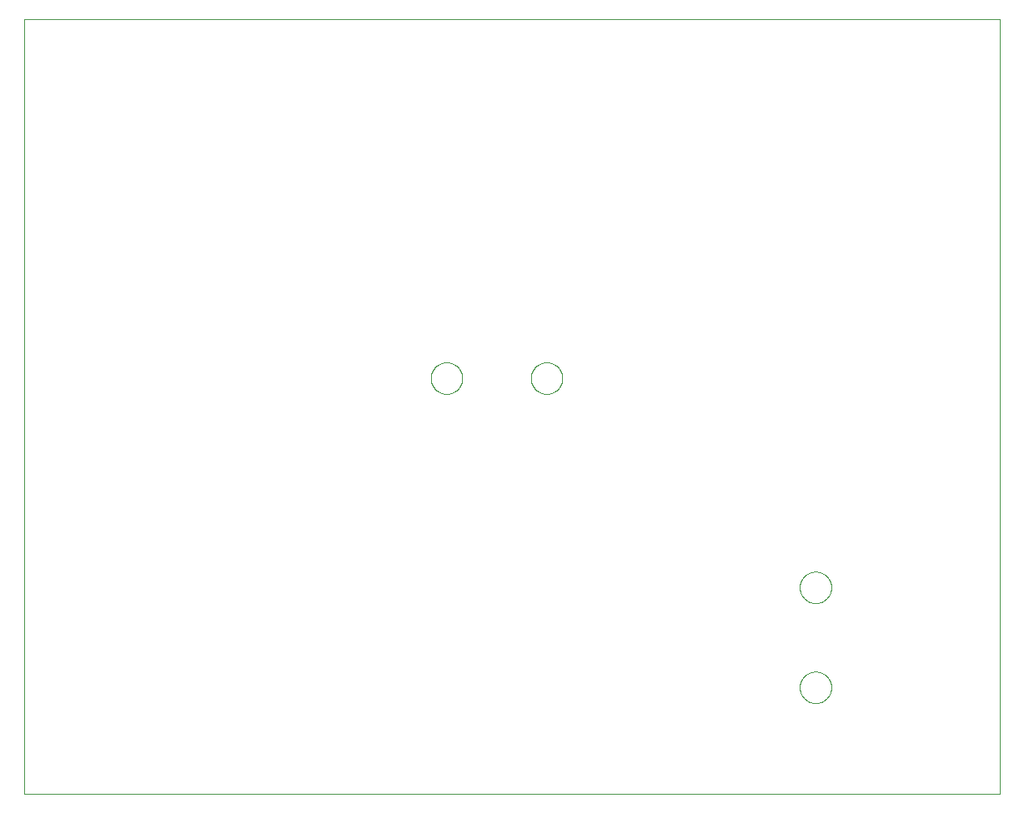
<source format=gko>
G75*
%MOIN*%
%OFA0B0*%
%FSLAX25Y25*%
%IPPOS*%
%LPD*%
%AMOC8*
5,1,8,0,0,1.08239X$1,22.5*
%
%ADD10C,0.00000*%
D10*
X0002750Y0062850D02*
X0002750Y0372811D01*
X0392701Y0372811D01*
X0392701Y0062850D01*
X0002750Y0062850D01*
X0165201Y0229100D02*
X0165203Y0229258D01*
X0165209Y0229416D01*
X0165219Y0229574D01*
X0165233Y0229732D01*
X0165251Y0229889D01*
X0165272Y0230046D01*
X0165298Y0230202D01*
X0165328Y0230358D01*
X0165361Y0230513D01*
X0165399Y0230666D01*
X0165440Y0230819D01*
X0165485Y0230971D01*
X0165534Y0231122D01*
X0165587Y0231271D01*
X0165643Y0231419D01*
X0165703Y0231565D01*
X0165767Y0231710D01*
X0165835Y0231853D01*
X0165906Y0231995D01*
X0165980Y0232135D01*
X0166058Y0232272D01*
X0166140Y0232408D01*
X0166224Y0232542D01*
X0166313Y0232673D01*
X0166404Y0232802D01*
X0166499Y0232929D01*
X0166596Y0233054D01*
X0166697Y0233176D01*
X0166801Y0233295D01*
X0166908Y0233412D01*
X0167018Y0233526D01*
X0167131Y0233637D01*
X0167246Y0233746D01*
X0167364Y0233851D01*
X0167485Y0233953D01*
X0167608Y0234053D01*
X0167734Y0234149D01*
X0167862Y0234242D01*
X0167992Y0234332D01*
X0168125Y0234418D01*
X0168260Y0234502D01*
X0168396Y0234581D01*
X0168535Y0234658D01*
X0168676Y0234730D01*
X0168818Y0234800D01*
X0168962Y0234865D01*
X0169108Y0234927D01*
X0169255Y0234985D01*
X0169404Y0235040D01*
X0169554Y0235091D01*
X0169705Y0235138D01*
X0169857Y0235181D01*
X0170010Y0235220D01*
X0170165Y0235256D01*
X0170320Y0235287D01*
X0170476Y0235315D01*
X0170632Y0235339D01*
X0170789Y0235359D01*
X0170947Y0235375D01*
X0171104Y0235387D01*
X0171263Y0235395D01*
X0171421Y0235399D01*
X0171579Y0235399D01*
X0171737Y0235395D01*
X0171896Y0235387D01*
X0172053Y0235375D01*
X0172211Y0235359D01*
X0172368Y0235339D01*
X0172524Y0235315D01*
X0172680Y0235287D01*
X0172835Y0235256D01*
X0172990Y0235220D01*
X0173143Y0235181D01*
X0173295Y0235138D01*
X0173446Y0235091D01*
X0173596Y0235040D01*
X0173745Y0234985D01*
X0173892Y0234927D01*
X0174038Y0234865D01*
X0174182Y0234800D01*
X0174324Y0234730D01*
X0174465Y0234658D01*
X0174604Y0234581D01*
X0174740Y0234502D01*
X0174875Y0234418D01*
X0175008Y0234332D01*
X0175138Y0234242D01*
X0175266Y0234149D01*
X0175392Y0234053D01*
X0175515Y0233953D01*
X0175636Y0233851D01*
X0175754Y0233746D01*
X0175869Y0233637D01*
X0175982Y0233526D01*
X0176092Y0233412D01*
X0176199Y0233295D01*
X0176303Y0233176D01*
X0176404Y0233054D01*
X0176501Y0232929D01*
X0176596Y0232802D01*
X0176687Y0232673D01*
X0176776Y0232542D01*
X0176860Y0232408D01*
X0176942Y0232272D01*
X0177020Y0232135D01*
X0177094Y0231995D01*
X0177165Y0231853D01*
X0177233Y0231710D01*
X0177297Y0231565D01*
X0177357Y0231419D01*
X0177413Y0231271D01*
X0177466Y0231122D01*
X0177515Y0230971D01*
X0177560Y0230819D01*
X0177601Y0230666D01*
X0177639Y0230513D01*
X0177672Y0230358D01*
X0177702Y0230202D01*
X0177728Y0230046D01*
X0177749Y0229889D01*
X0177767Y0229732D01*
X0177781Y0229574D01*
X0177791Y0229416D01*
X0177797Y0229258D01*
X0177799Y0229100D01*
X0177797Y0228942D01*
X0177791Y0228784D01*
X0177781Y0228626D01*
X0177767Y0228468D01*
X0177749Y0228311D01*
X0177728Y0228154D01*
X0177702Y0227998D01*
X0177672Y0227842D01*
X0177639Y0227687D01*
X0177601Y0227534D01*
X0177560Y0227381D01*
X0177515Y0227229D01*
X0177466Y0227078D01*
X0177413Y0226929D01*
X0177357Y0226781D01*
X0177297Y0226635D01*
X0177233Y0226490D01*
X0177165Y0226347D01*
X0177094Y0226205D01*
X0177020Y0226065D01*
X0176942Y0225928D01*
X0176860Y0225792D01*
X0176776Y0225658D01*
X0176687Y0225527D01*
X0176596Y0225398D01*
X0176501Y0225271D01*
X0176404Y0225146D01*
X0176303Y0225024D01*
X0176199Y0224905D01*
X0176092Y0224788D01*
X0175982Y0224674D01*
X0175869Y0224563D01*
X0175754Y0224454D01*
X0175636Y0224349D01*
X0175515Y0224247D01*
X0175392Y0224147D01*
X0175266Y0224051D01*
X0175138Y0223958D01*
X0175008Y0223868D01*
X0174875Y0223782D01*
X0174740Y0223698D01*
X0174604Y0223619D01*
X0174465Y0223542D01*
X0174324Y0223470D01*
X0174182Y0223400D01*
X0174038Y0223335D01*
X0173892Y0223273D01*
X0173745Y0223215D01*
X0173596Y0223160D01*
X0173446Y0223109D01*
X0173295Y0223062D01*
X0173143Y0223019D01*
X0172990Y0222980D01*
X0172835Y0222944D01*
X0172680Y0222913D01*
X0172524Y0222885D01*
X0172368Y0222861D01*
X0172211Y0222841D01*
X0172053Y0222825D01*
X0171896Y0222813D01*
X0171737Y0222805D01*
X0171579Y0222801D01*
X0171421Y0222801D01*
X0171263Y0222805D01*
X0171104Y0222813D01*
X0170947Y0222825D01*
X0170789Y0222841D01*
X0170632Y0222861D01*
X0170476Y0222885D01*
X0170320Y0222913D01*
X0170165Y0222944D01*
X0170010Y0222980D01*
X0169857Y0223019D01*
X0169705Y0223062D01*
X0169554Y0223109D01*
X0169404Y0223160D01*
X0169255Y0223215D01*
X0169108Y0223273D01*
X0168962Y0223335D01*
X0168818Y0223400D01*
X0168676Y0223470D01*
X0168535Y0223542D01*
X0168396Y0223619D01*
X0168260Y0223698D01*
X0168125Y0223782D01*
X0167992Y0223868D01*
X0167862Y0223958D01*
X0167734Y0224051D01*
X0167608Y0224147D01*
X0167485Y0224247D01*
X0167364Y0224349D01*
X0167246Y0224454D01*
X0167131Y0224563D01*
X0167018Y0224674D01*
X0166908Y0224788D01*
X0166801Y0224905D01*
X0166697Y0225024D01*
X0166596Y0225146D01*
X0166499Y0225271D01*
X0166404Y0225398D01*
X0166313Y0225527D01*
X0166224Y0225658D01*
X0166140Y0225792D01*
X0166058Y0225928D01*
X0165980Y0226065D01*
X0165906Y0226205D01*
X0165835Y0226347D01*
X0165767Y0226490D01*
X0165703Y0226635D01*
X0165643Y0226781D01*
X0165587Y0226929D01*
X0165534Y0227078D01*
X0165485Y0227229D01*
X0165440Y0227381D01*
X0165399Y0227534D01*
X0165361Y0227687D01*
X0165328Y0227842D01*
X0165298Y0227998D01*
X0165272Y0228154D01*
X0165251Y0228311D01*
X0165233Y0228468D01*
X0165219Y0228626D01*
X0165209Y0228784D01*
X0165203Y0228942D01*
X0165201Y0229100D01*
X0205201Y0229100D02*
X0205203Y0229258D01*
X0205209Y0229416D01*
X0205219Y0229574D01*
X0205233Y0229732D01*
X0205251Y0229889D01*
X0205272Y0230046D01*
X0205298Y0230202D01*
X0205328Y0230358D01*
X0205361Y0230513D01*
X0205399Y0230666D01*
X0205440Y0230819D01*
X0205485Y0230971D01*
X0205534Y0231122D01*
X0205587Y0231271D01*
X0205643Y0231419D01*
X0205703Y0231565D01*
X0205767Y0231710D01*
X0205835Y0231853D01*
X0205906Y0231995D01*
X0205980Y0232135D01*
X0206058Y0232272D01*
X0206140Y0232408D01*
X0206224Y0232542D01*
X0206313Y0232673D01*
X0206404Y0232802D01*
X0206499Y0232929D01*
X0206596Y0233054D01*
X0206697Y0233176D01*
X0206801Y0233295D01*
X0206908Y0233412D01*
X0207018Y0233526D01*
X0207131Y0233637D01*
X0207246Y0233746D01*
X0207364Y0233851D01*
X0207485Y0233953D01*
X0207608Y0234053D01*
X0207734Y0234149D01*
X0207862Y0234242D01*
X0207992Y0234332D01*
X0208125Y0234418D01*
X0208260Y0234502D01*
X0208396Y0234581D01*
X0208535Y0234658D01*
X0208676Y0234730D01*
X0208818Y0234800D01*
X0208962Y0234865D01*
X0209108Y0234927D01*
X0209255Y0234985D01*
X0209404Y0235040D01*
X0209554Y0235091D01*
X0209705Y0235138D01*
X0209857Y0235181D01*
X0210010Y0235220D01*
X0210165Y0235256D01*
X0210320Y0235287D01*
X0210476Y0235315D01*
X0210632Y0235339D01*
X0210789Y0235359D01*
X0210947Y0235375D01*
X0211104Y0235387D01*
X0211263Y0235395D01*
X0211421Y0235399D01*
X0211579Y0235399D01*
X0211737Y0235395D01*
X0211896Y0235387D01*
X0212053Y0235375D01*
X0212211Y0235359D01*
X0212368Y0235339D01*
X0212524Y0235315D01*
X0212680Y0235287D01*
X0212835Y0235256D01*
X0212990Y0235220D01*
X0213143Y0235181D01*
X0213295Y0235138D01*
X0213446Y0235091D01*
X0213596Y0235040D01*
X0213745Y0234985D01*
X0213892Y0234927D01*
X0214038Y0234865D01*
X0214182Y0234800D01*
X0214324Y0234730D01*
X0214465Y0234658D01*
X0214604Y0234581D01*
X0214740Y0234502D01*
X0214875Y0234418D01*
X0215008Y0234332D01*
X0215138Y0234242D01*
X0215266Y0234149D01*
X0215392Y0234053D01*
X0215515Y0233953D01*
X0215636Y0233851D01*
X0215754Y0233746D01*
X0215869Y0233637D01*
X0215982Y0233526D01*
X0216092Y0233412D01*
X0216199Y0233295D01*
X0216303Y0233176D01*
X0216404Y0233054D01*
X0216501Y0232929D01*
X0216596Y0232802D01*
X0216687Y0232673D01*
X0216776Y0232542D01*
X0216860Y0232408D01*
X0216942Y0232272D01*
X0217020Y0232135D01*
X0217094Y0231995D01*
X0217165Y0231853D01*
X0217233Y0231710D01*
X0217297Y0231565D01*
X0217357Y0231419D01*
X0217413Y0231271D01*
X0217466Y0231122D01*
X0217515Y0230971D01*
X0217560Y0230819D01*
X0217601Y0230666D01*
X0217639Y0230513D01*
X0217672Y0230358D01*
X0217702Y0230202D01*
X0217728Y0230046D01*
X0217749Y0229889D01*
X0217767Y0229732D01*
X0217781Y0229574D01*
X0217791Y0229416D01*
X0217797Y0229258D01*
X0217799Y0229100D01*
X0217797Y0228942D01*
X0217791Y0228784D01*
X0217781Y0228626D01*
X0217767Y0228468D01*
X0217749Y0228311D01*
X0217728Y0228154D01*
X0217702Y0227998D01*
X0217672Y0227842D01*
X0217639Y0227687D01*
X0217601Y0227534D01*
X0217560Y0227381D01*
X0217515Y0227229D01*
X0217466Y0227078D01*
X0217413Y0226929D01*
X0217357Y0226781D01*
X0217297Y0226635D01*
X0217233Y0226490D01*
X0217165Y0226347D01*
X0217094Y0226205D01*
X0217020Y0226065D01*
X0216942Y0225928D01*
X0216860Y0225792D01*
X0216776Y0225658D01*
X0216687Y0225527D01*
X0216596Y0225398D01*
X0216501Y0225271D01*
X0216404Y0225146D01*
X0216303Y0225024D01*
X0216199Y0224905D01*
X0216092Y0224788D01*
X0215982Y0224674D01*
X0215869Y0224563D01*
X0215754Y0224454D01*
X0215636Y0224349D01*
X0215515Y0224247D01*
X0215392Y0224147D01*
X0215266Y0224051D01*
X0215138Y0223958D01*
X0215008Y0223868D01*
X0214875Y0223782D01*
X0214740Y0223698D01*
X0214604Y0223619D01*
X0214465Y0223542D01*
X0214324Y0223470D01*
X0214182Y0223400D01*
X0214038Y0223335D01*
X0213892Y0223273D01*
X0213745Y0223215D01*
X0213596Y0223160D01*
X0213446Y0223109D01*
X0213295Y0223062D01*
X0213143Y0223019D01*
X0212990Y0222980D01*
X0212835Y0222944D01*
X0212680Y0222913D01*
X0212524Y0222885D01*
X0212368Y0222861D01*
X0212211Y0222841D01*
X0212053Y0222825D01*
X0211896Y0222813D01*
X0211737Y0222805D01*
X0211579Y0222801D01*
X0211421Y0222801D01*
X0211263Y0222805D01*
X0211104Y0222813D01*
X0210947Y0222825D01*
X0210789Y0222841D01*
X0210632Y0222861D01*
X0210476Y0222885D01*
X0210320Y0222913D01*
X0210165Y0222944D01*
X0210010Y0222980D01*
X0209857Y0223019D01*
X0209705Y0223062D01*
X0209554Y0223109D01*
X0209404Y0223160D01*
X0209255Y0223215D01*
X0209108Y0223273D01*
X0208962Y0223335D01*
X0208818Y0223400D01*
X0208676Y0223470D01*
X0208535Y0223542D01*
X0208396Y0223619D01*
X0208260Y0223698D01*
X0208125Y0223782D01*
X0207992Y0223868D01*
X0207862Y0223958D01*
X0207734Y0224051D01*
X0207608Y0224147D01*
X0207485Y0224247D01*
X0207364Y0224349D01*
X0207246Y0224454D01*
X0207131Y0224563D01*
X0207018Y0224674D01*
X0206908Y0224788D01*
X0206801Y0224905D01*
X0206697Y0225024D01*
X0206596Y0225146D01*
X0206499Y0225271D01*
X0206404Y0225398D01*
X0206313Y0225527D01*
X0206224Y0225658D01*
X0206140Y0225792D01*
X0206058Y0225928D01*
X0205980Y0226065D01*
X0205906Y0226205D01*
X0205835Y0226347D01*
X0205767Y0226490D01*
X0205703Y0226635D01*
X0205643Y0226781D01*
X0205587Y0226929D01*
X0205534Y0227078D01*
X0205485Y0227229D01*
X0205440Y0227381D01*
X0205399Y0227534D01*
X0205361Y0227687D01*
X0205328Y0227842D01*
X0205298Y0227998D01*
X0205272Y0228154D01*
X0205251Y0228311D01*
X0205233Y0228468D01*
X0205219Y0228626D01*
X0205209Y0228784D01*
X0205203Y0228942D01*
X0205201Y0229100D01*
X0312701Y0145350D02*
X0312703Y0145508D01*
X0312709Y0145666D01*
X0312719Y0145824D01*
X0312733Y0145982D01*
X0312751Y0146139D01*
X0312772Y0146296D01*
X0312798Y0146452D01*
X0312828Y0146608D01*
X0312861Y0146763D01*
X0312899Y0146916D01*
X0312940Y0147069D01*
X0312985Y0147221D01*
X0313034Y0147372D01*
X0313087Y0147521D01*
X0313143Y0147669D01*
X0313203Y0147815D01*
X0313267Y0147960D01*
X0313335Y0148103D01*
X0313406Y0148245D01*
X0313480Y0148385D01*
X0313558Y0148522D01*
X0313640Y0148658D01*
X0313724Y0148792D01*
X0313813Y0148923D01*
X0313904Y0149052D01*
X0313999Y0149179D01*
X0314096Y0149304D01*
X0314197Y0149426D01*
X0314301Y0149545D01*
X0314408Y0149662D01*
X0314518Y0149776D01*
X0314631Y0149887D01*
X0314746Y0149996D01*
X0314864Y0150101D01*
X0314985Y0150203D01*
X0315108Y0150303D01*
X0315234Y0150399D01*
X0315362Y0150492D01*
X0315492Y0150582D01*
X0315625Y0150668D01*
X0315760Y0150752D01*
X0315896Y0150831D01*
X0316035Y0150908D01*
X0316176Y0150980D01*
X0316318Y0151050D01*
X0316462Y0151115D01*
X0316608Y0151177D01*
X0316755Y0151235D01*
X0316904Y0151290D01*
X0317054Y0151341D01*
X0317205Y0151388D01*
X0317357Y0151431D01*
X0317510Y0151470D01*
X0317665Y0151506D01*
X0317820Y0151537D01*
X0317976Y0151565D01*
X0318132Y0151589D01*
X0318289Y0151609D01*
X0318447Y0151625D01*
X0318604Y0151637D01*
X0318763Y0151645D01*
X0318921Y0151649D01*
X0319079Y0151649D01*
X0319237Y0151645D01*
X0319396Y0151637D01*
X0319553Y0151625D01*
X0319711Y0151609D01*
X0319868Y0151589D01*
X0320024Y0151565D01*
X0320180Y0151537D01*
X0320335Y0151506D01*
X0320490Y0151470D01*
X0320643Y0151431D01*
X0320795Y0151388D01*
X0320946Y0151341D01*
X0321096Y0151290D01*
X0321245Y0151235D01*
X0321392Y0151177D01*
X0321538Y0151115D01*
X0321682Y0151050D01*
X0321824Y0150980D01*
X0321965Y0150908D01*
X0322104Y0150831D01*
X0322240Y0150752D01*
X0322375Y0150668D01*
X0322508Y0150582D01*
X0322638Y0150492D01*
X0322766Y0150399D01*
X0322892Y0150303D01*
X0323015Y0150203D01*
X0323136Y0150101D01*
X0323254Y0149996D01*
X0323369Y0149887D01*
X0323482Y0149776D01*
X0323592Y0149662D01*
X0323699Y0149545D01*
X0323803Y0149426D01*
X0323904Y0149304D01*
X0324001Y0149179D01*
X0324096Y0149052D01*
X0324187Y0148923D01*
X0324276Y0148792D01*
X0324360Y0148658D01*
X0324442Y0148522D01*
X0324520Y0148385D01*
X0324594Y0148245D01*
X0324665Y0148103D01*
X0324733Y0147960D01*
X0324797Y0147815D01*
X0324857Y0147669D01*
X0324913Y0147521D01*
X0324966Y0147372D01*
X0325015Y0147221D01*
X0325060Y0147069D01*
X0325101Y0146916D01*
X0325139Y0146763D01*
X0325172Y0146608D01*
X0325202Y0146452D01*
X0325228Y0146296D01*
X0325249Y0146139D01*
X0325267Y0145982D01*
X0325281Y0145824D01*
X0325291Y0145666D01*
X0325297Y0145508D01*
X0325299Y0145350D01*
X0325297Y0145192D01*
X0325291Y0145034D01*
X0325281Y0144876D01*
X0325267Y0144718D01*
X0325249Y0144561D01*
X0325228Y0144404D01*
X0325202Y0144248D01*
X0325172Y0144092D01*
X0325139Y0143937D01*
X0325101Y0143784D01*
X0325060Y0143631D01*
X0325015Y0143479D01*
X0324966Y0143328D01*
X0324913Y0143179D01*
X0324857Y0143031D01*
X0324797Y0142885D01*
X0324733Y0142740D01*
X0324665Y0142597D01*
X0324594Y0142455D01*
X0324520Y0142315D01*
X0324442Y0142178D01*
X0324360Y0142042D01*
X0324276Y0141908D01*
X0324187Y0141777D01*
X0324096Y0141648D01*
X0324001Y0141521D01*
X0323904Y0141396D01*
X0323803Y0141274D01*
X0323699Y0141155D01*
X0323592Y0141038D01*
X0323482Y0140924D01*
X0323369Y0140813D01*
X0323254Y0140704D01*
X0323136Y0140599D01*
X0323015Y0140497D01*
X0322892Y0140397D01*
X0322766Y0140301D01*
X0322638Y0140208D01*
X0322508Y0140118D01*
X0322375Y0140032D01*
X0322240Y0139948D01*
X0322104Y0139869D01*
X0321965Y0139792D01*
X0321824Y0139720D01*
X0321682Y0139650D01*
X0321538Y0139585D01*
X0321392Y0139523D01*
X0321245Y0139465D01*
X0321096Y0139410D01*
X0320946Y0139359D01*
X0320795Y0139312D01*
X0320643Y0139269D01*
X0320490Y0139230D01*
X0320335Y0139194D01*
X0320180Y0139163D01*
X0320024Y0139135D01*
X0319868Y0139111D01*
X0319711Y0139091D01*
X0319553Y0139075D01*
X0319396Y0139063D01*
X0319237Y0139055D01*
X0319079Y0139051D01*
X0318921Y0139051D01*
X0318763Y0139055D01*
X0318604Y0139063D01*
X0318447Y0139075D01*
X0318289Y0139091D01*
X0318132Y0139111D01*
X0317976Y0139135D01*
X0317820Y0139163D01*
X0317665Y0139194D01*
X0317510Y0139230D01*
X0317357Y0139269D01*
X0317205Y0139312D01*
X0317054Y0139359D01*
X0316904Y0139410D01*
X0316755Y0139465D01*
X0316608Y0139523D01*
X0316462Y0139585D01*
X0316318Y0139650D01*
X0316176Y0139720D01*
X0316035Y0139792D01*
X0315896Y0139869D01*
X0315760Y0139948D01*
X0315625Y0140032D01*
X0315492Y0140118D01*
X0315362Y0140208D01*
X0315234Y0140301D01*
X0315108Y0140397D01*
X0314985Y0140497D01*
X0314864Y0140599D01*
X0314746Y0140704D01*
X0314631Y0140813D01*
X0314518Y0140924D01*
X0314408Y0141038D01*
X0314301Y0141155D01*
X0314197Y0141274D01*
X0314096Y0141396D01*
X0313999Y0141521D01*
X0313904Y0141648D01*
X0313813Y0141777D01*
X0313724Y0141908D01*
X0313640Y0142042D01*
X0313558Y0142178D01*
X0313480Y0142315D01*
X0313406Y0142455D01*
X0313335Y0142597D01*
X0313267Y0142740D01*
X0313203Y0142885D01*
X0313143Y0143031D01*
X0313087Y0143179D01*
X0313034Y0143328D01*
X0312985Y0143479D01*
X0312940Y0143631D01*
X0312899Y0143784D01*
X0312861Y0143937D01*
X0312828Y0144092D01*
X0312798Y0144248D01*
X0312772Y0144404D01*
X0312751Y0144561D01*
X0312733Y0144718D01*
X0312719Y0144876D01*
X0312709Y0145034D01*
X0312703Y0145192D01*
X0312701Y0145350D01*
X0312701Y0105350D02*
X0312703Y0105508D01*
X0312709Y0105666D01*
X0312719Y0105824D01*
X0312733Y0105982D01*
X0312751Y0106139D01*
X0312772Y0106296D01*
X0312798Y0106452D01*
X0312828Y0106608D01*
X0312861Y0106763D01*
X0312899Y0106916D01*
X0312940Y0107069D01*
X0312985Y0107221D01*
X0313034Y0107372D01*
X0313087Y0107521D01*
X0313143Y0107669D01*
X0313203Y0107815D01*
X0313267Y0107960D01*
X0313335Y0108103D01*
X0313406Y0108245D01*
X0313480Y0108385D01*
X0313558Y0108522D01*
X0313640Y0108658D01*
X0313724Y0108792D01*
X0313813Y0108923D01*
X0313904Y0109052D01*
X0313999Y0109179D01*
X0314096Y0109304D01*
X0314197Y0109426D01*
X0314301Y0109545D01*
X0314408Y0109662D01*
X0314518Y0109776D01*
X0314631Y0109887D01*
X0314746Y0109996D01*
X0314864Y0110101D01*
X0314985Y0110203D01*
X0315108Y0110303D01*
X0315234Y0110399D01*
X0315362Y0110492D01*
X0315492Y0110582D01*
X0315625Y0110668D01*
X0315760Y0110752D01*
X0315896Y0110831D01*
X0316035Y0110908D01*
X0316176Y0110980D01*
X0316318Y0111050D01*
X0316462Y0111115D01*
X0316608Y0111177D01*
X0316755Y0111235D01*
X0316904Y0111290D01*
X0317054Y0111341D01*
X0317205Y0111388D01*
X0317357Y0111431D01*
X0317510Y0111470D01*
X0317665Y0111506D01*
X0317820Y0111537D01*
X0317976Y0111565D01*
X0318132Y0111589D01*
X0318289Y0111609D01*
X0318447Y0111625D01*
X0318604Y0111637D01*
X0318763Y0111645D01*
X0318921Y0111649D01*
X0319079Y0111649D01*
X0319237Y0111645D01*
X0319396Y0111637D01*
X0319553Y0111625D01*
X0319711Y0111609D01*
X0319868Y0111589D01*
X0320024Y0111565D01*
X0320180Y0111537D01*
X0320335Y0111506D01*
X0320490Y0111470D01*
X0320643Y0111431D01*
X0320795Y0111388D01*
X0320946Y0111341D01*
X0321096Y0111290D01*
X0321245Y0111235D01*
X0321392Y0111177D01*
X0321538Y0111115D01*
X0321682Y0111050D01*
X0321824Y0110980D01*
X0321965Y0110908D01*
X0322104Y0110831D01*
X0322240Y0110752D01*
X0322375Y0110668D01*
X0322508Y0110582D01*
X0322638Y0110492D01*
X0322766Y0110399D01*
X0322892Y0110303D01*
X0323015Y0110203D01*
X0323136Y0110101D01*
X0323254Y0109996D01*
X0323369Y0109887D01*
X0323482Y0109776D01*
X0323592Y0109662D01*
X0323699Y0109545D01*
X0323803Y0109426D01*
X0323904Y0109304D01*
X0324001Y0109179D01*
X0324096Y0109052D01*
X0324187Y0108923D01*
X0324276Y0108792D01*
X0324360Y0108658D01*
X0324442Y0108522D01*
X0324520Y0108385D01*
X0324594Y0108245D01*
X0324665Y0108103D01*
X0324733Y0107960D01*
X0324797Y0107815D01*
X0324857Y0107669D01*
X0324913Y0107521D01*
X0324966Y0107372D01*
X0325015Y0107221D01*
X0325060Y0107069D01*
X0325101Y0106916D01*
X0325139Y0106763D01*
X0325172Y0106608D01*
X0325202Y0106452D01*
X0325228Y0106296D01*
X0325249Y0106139D01*
X0325267Y0105982D01*
X0325281Y0105824D01*
X0325291Y0105666D01*
X0325297Y0105508D01*
X0325299Y0105350D01*
X0325297Y0105192D01*
X0325291Y0105034D01*
X0325281Y0104876D01*
X0325267Y0104718D01*
X0325249Y0104561D01*
X0325228Y0104404D01*
X0325202Y0104248D01*
X0325172Y0104092D01*
X0325139Y0103937D01*
X0325101Y0103784D01*
X0325060Y0103631D01*
X0325015Y0103479D01*
X0324966Y0103328D01*
X0324913Y0103179D01*
X0324857Y0103031D01*
X0324797Y0102885D01*
X0324733Y0102740D01*
X0324665Y0102597D01*
X0324594Y0102455D01*
X0324520Y0102315D01*
X0324442Y0102178D01*
X0324360Y0102042D01*
X0324276Y0101908D01*
X0324187Y0101777D01*
X0324096Y0101648D01*
X0324001Y0101521D01*
X0323904Y0101396D01*
X0323803Y0101274D01*
X0323699Y0101155D01*
X0323592Y0101038D01*
X0323482Y0100924D01*
X0323369Y0100813D01*
X0323254Y0100704D01*
X0323136Y0100599D01*
X0323015Y0100497D01*
X0322892Y0100397D01*
X0322766Y0100301D01*
X0322638Y0100208D01*
X0322508Y0100118D01*
X0322375Y0100032D01*
X0322240Y0099948D01*
X0322104Y0099869D01*
X0321965Y0099792D01*
X0321824Y0099720D01*
X0321682Y0099650D01*
X0321538Y0099585D01*
X0321392Y0099523D01*
X0321245Y0099465D01*
X0321096Y0099410D01*
X0320946Y0099359D01*
X0320795Y0099312D01*
X0320643Y0099269D01*
X0320490Y0099230D01*
X0320335Y0099194D01*
X0320180Y0099163D01*
X0320024Y0099135D01*
X0319868Y0099111D01*
X0319711Y0099091D01*
X0319553Y0099075D01*
X0319396Y0099063D01*
X0319237Y0099055D01*
X0319079Y0099051D01*
X0318921Y0099051D01*
X0318763Y0099055D01*
X0318604Y0099063D01*
X0318447Y0099075D01*
X0318289Y0099091D01*
X0318132Y0099111D01*
X0317976Y0099135D01*
X0317820Y0099163D01*
X0317665Y0099194D01*
X0317510Y0099230D01*
X0317357Y0099269D01*
X0317205Y0099312D01*
X0317054Y0099359D01*
X0316904Y0099410D01*
X0316755Y0099465D01*
X0316608Y0099523D01*
X0316462Y0099585D01*
X0316318Y0099650D01*
X0316176Y0099720D01*
X0316035Y0099792D01*
X0315896Y0099869D01*
X0315760Y0099948D01*
X0315625Y0100032D01*
X0315492Y0100118D01*
X0315362Y0100208D01*
X0315234Y0100301D01*
X0315108Y0100397D01*
X0314985Y0100497D01*
X0314864Y0100599D01*
X0314746Y0100704D01*
X0314631Y0100813D01*
X0314518Y0100924D01*
X0314408Y0101038D01*
X0314301Y0101155D01*
X0314197Y0101274D01*
X0314096Y0101396D01*
X0313999Y0101521D01*
X0313904Y0101648D01*
X0313813Y0101777D01*
X0313724Y0101908D01*
X0313640Y0102042D01*
X0313558Y0102178D01*
X0313480Y0102315D01*
X0313406Y0102455D01*
X0313335Y0102597D01*
X0313267Y0102740D01*
X0313203Y0102885D01*
X0313143Y0103031D01*
X0313087Y0103179D01*
X0313034Y0103328D01*
X0312985Y0103479D01*
X0312940Y0103631D01*
X0312899Y0103784D01*
X0312861Y0103937D01*
X0312828Y0104092D01*
X0312798Y0104248D01*
X0312772Y0104404D01*
X0312751Y0104561D01*
X0312733Y0104718D01*
X0312719Y0104876D01*
X0312709Y0105034D01*
X0312703Y0105192D01*
X0312701Y0105350D01*
M02*

</source>
